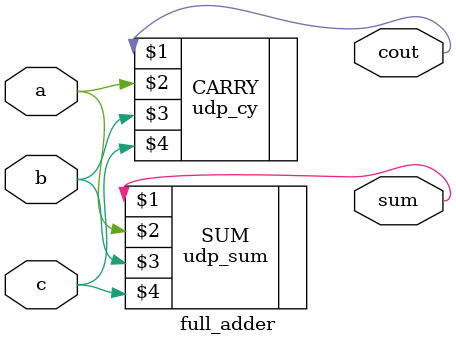
<source format=v>

module full_adder (sum, cout, a, b, c);
    input a, b, c;
    output sum, cout;
 
    udp_sum SUM (sum, a, b, c);
    udp_cy CARRY (cout, a, b, c);
endmodule
</source>
